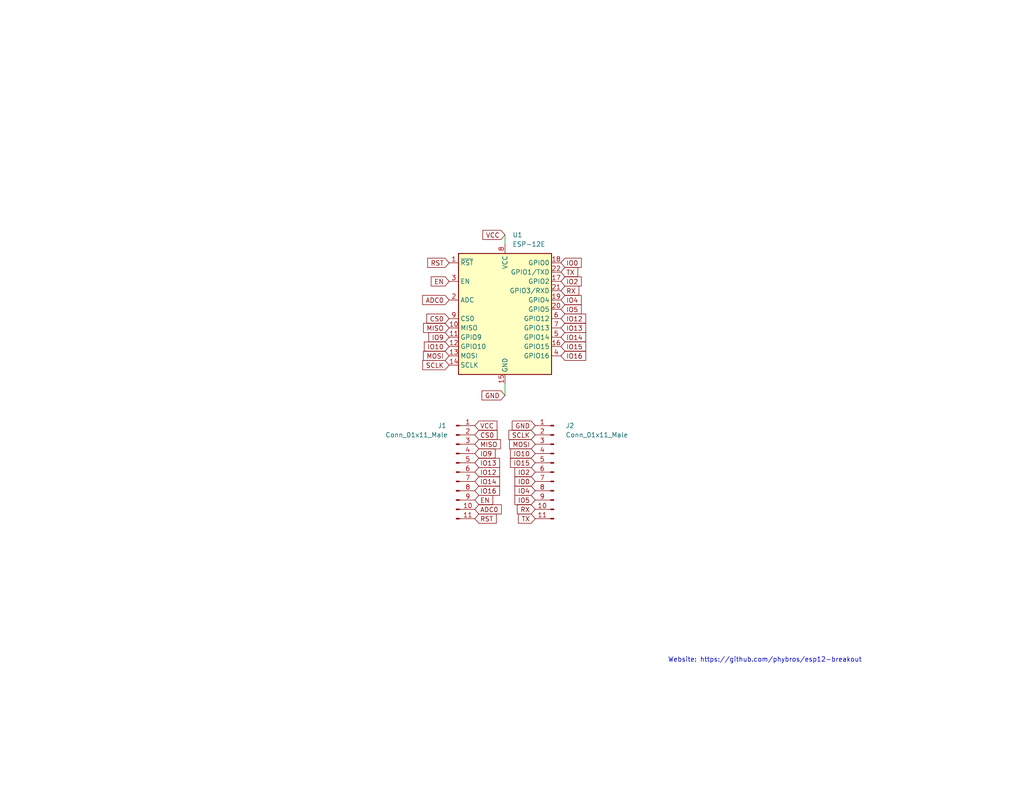
<source format=kicad_sch>
(kicad_sch (version 20211123) (generator eeschema)
  (paper "USLetter")
  (title_block (title "ESP-12E/F Breakout Board") (date "2022-10-18") (rev "1.1"))
  (lib_symbols
    (symbol "Connector:Conn_01x11_Male" (pin_names (offset 1.016) hide)
      (property "Reference" "J" (at 0 15.24 0))
      (property "Value" "Conn_01x11_Male" (at 0 -15.24 0))
      (symbol "Conn_01x11_Male_1_1"
        (polyline (pts (xy 1.27 -12.7) (xy 0.8636 -12.7)) (stroke (width 0.1524)))
        (polyline (pts (xy 1.27 -10.16) (xy 0.8636 -10.16)) (stroke (width 0.1524)))
        (polyline (pts (xy 1.27 -7.62) (xy 0.8636 -7.62)) (stroke (width 0.1524)))
        (polyline (pts (xy 1.27 -5.08) (xy 0.8636 -5.08)) (stroke (width 0.1524)))
        (polyline (pts (xy 1.27 -2.54) (xy 0.8636 -2.54)) (stroke (width 0.1524)))
        (polyline (pts (xy 1.27 0) (xy 0.8636 0)) (stroke (width 0.1524)))
        (polyline (pts (xy 1.27 2.54) (xy 0.8636 2.54)) (stroke (width 0.1524)))
        (polyline (pts (xy 1.27 5.08) (xy 0.8636 5.08)) (stroke (width 0.1524)))
        (polyline (pts (xy 1.27 7.62) (xy 0.8636 7.62)) (stroke (width 0.1524)))
        (polyline (pts (xy 1.27 10.16) (xy 0.8636 10.16)) (stroke (width 0.1524)))
        (polyline (pts (xy 1.27 12.7) (xy 0.8636 12.7)) (stroke (width 0.1524)))
        (rectangle (start 0.8636 -12.573) (end 0 -12.827) (stroke (width 0.1524)) (fill (type outline)))
        (rectangle (start 0.8636 -10.033) (end 0 -10.287) (stroke (width 0.1524)) (fill (type outline)))
        (rectangle (start 0.8636 -7.493) (end 0 -7.747) (stroke (width 0.1524)) (fill (type outline)))
        (rectangle (start 0.8636 -4.953) (end 0 -5.207) (stroke (width 0.1524)) (fill (type outline)))
        (rectangle (start 0.8636 -2.413) (end 0 -2.667) (stroke (width 0.1524)) (fill (type outline)))
        (rectangle (start 0.8636 0.127) (end 0 -0.127) (stroke (width 0.1524)) (fill (type outline)))
        (rectangle (start 0.8636 2.667) (end 0 2.413) (stroke (width 0.1524)) (fill (type outline)))
        (rectangle (start 0.8636 5.207) (end 0 4.953) (stroke (width 0.1524)) (fill (type outline)))
        (rectangle (start 0.8636 7.747) (end 0 7.493) (stroke (width 0.1524)) (fill (type outline)))
        (rectangle (start 0.8636 10.287) (end 0 10.033) (stroke (width 0.1524)) (fill (type outline)))
        (rectangle (start 0.8636 12.827) (end 0 12.573) (stroke (width 0.1524)) (fill (type outline)))
        (pin passive line (at 5.08 12.7 180) (length 3.81) (name "Pin_1") (number "1"))
        (pin passive line (at 5.08 -10.16 180) (length 3.81) (name "Pin_10") (number "10"))
        (pin passive line (at 5.08 -12.7 180) (length 3.81) (name "Pin_11") (number "11"))
        (pin passive line (at 5.08 10.16 180) (length 3.81) (name "Pin_2") (number "2"))
        (pin passive line (at 5.08 7.62 180) (length 3.81) (name "Pin_3") (number "3"))
        (pin passive line (at 5.08 5.08 180) (length 3.81) (name "Pin_4") (number "4"))
        (pin passive line (at 5.08 2.54 180) (length 3.81) (name "Pin_5") (number "5"))
        (pin passive line (at 5.08 0 180) (length 3.81) (name "Pin_6") (number "6"))
        (pin passive line (at 5.08 -2.54 180) (length 3.81) (name "Pin_7") (number "7"))
        (pin passive line (at 5.08 -5.08 180) (length 3.81) (name "Pin_8") (number "8"))
        (pin passive line (at 5.08 -7.62 180) (length 3.81) (name "Pin_9") (number "9"))
      )
    )
    (symbol "RF_Module:ESP-12E"
      (property "Reference" "U" (at -12.7 19.05 0))
      (property "Value" "ESP-12E" (at 12.7 19.05 0))
      (symbol "ESP-12E_0_1"
        (rectangle (start -12.7 17.78) (end 12.7 -15.24) (stroke (width 0.254)) (fill (type background)))
      )
      (symbol "ESP-12E_1_1"
        (pin input line (at -15.24 15.24 0) (length 2.54) (name "~{RST}") (number "1"))
        (pin bidirectional line (at -15.24 -2.54 0) (length 2.54) (name "MISO") (number "10"))
        (pin bidirectional line (at -15.24 -5.08 0) (length 2.54) (name "GPIO9") (number "11"))
        (pin bidirectional line (at -15.24 -7.62 0) (length 2.54) (name "GPIO10") (number "12"))
        (pin bidirectional line (at -15.24 -10.16 0) (length 2.54) (name "MOSI") (number "13"))
        (pin bidirectional line (at -15.24 -12.7 0) (length 2.54) (name "SCLK") (number "14"))
        (pin power_in line (at 0 -17.78 90) (length 2.54) (name "GND") (number "15"))
        (pin bidirectional line (at 15.24 -7.62 180) (length 2.54) (name "GPIO15") (number "16"))
        (pin bidirectional line (at 15.24 10.16 180) (length 2.54) (name "GPIO2") (number "17"))
        (pin bidirectional line (at 15.24 15.24 180) (length 2.54) (name "GPIO0") (number "18"))
        (pin bidirectional line (at 15.24 5.08 180) (length 2.54) (name "GPIO4") (number "19"))
        (pin input line (at -15.24 5.08 0) (length 2.54) (name "ADC") (number "2"))
        (pin bidirectional line (at 15.24 2.54 180) (length 2.54) (name "GPIO5") (number "20"))
        (pin bidirectional line (at 15.24 7.62 180) (length 2.54) (name "GPIO3/RXD") (number "21"))
        (pin bidirectional line (at 15.24 12.7 180) (length 2.54) (name "GPIO1/TXD") (number "22"))
        (pin input line (at -15.24 10.16 0) (length 2.54) (name "EN") (number "3"))
        (pin bidirectional line (at 15.24 -10.16 180) (length 2.54) (name "GPIO16") (number "4"))
        (pin bidirectional line (at 15.24 -5.08 180) (length 2.54) (name "GPIO14") (number "5"))
        (pin bidirectional line (at 15.24 0 180) (length 2.54) (name "GPIO12") (number "6"))
        (pin bidirectional line (at 15.24 -2.54 180) (length 2.54) (name "GPIO13") (number "7"))
        (pin power_in line (at 0 20.32 270) (length 2.54) (name "VCC") (number "8"))
        (pin input line (at -15.24 0 0) (length 2.54) (name "CS0") (number "9"))
      )
    )
  )
  (wire (pts (xy 137.795 64.135) (xy 137.795 66.675)))
  (wire (pts (xy 137.795 104.775) (xy 137.795 107.95)))
  (text "Website: https://github.com/phybros/esp12-breakout" (at 182.245 180.975 0) (effects (font (size 1.27 1.27)) (justify left bottom)))
  (global_label "IO12" (shape input) (at 153.035 86.995 0) (property "Intersheet References" "${INTERSHEET_REFS}" (effects hide)))
  (global_label "IO10" (shape input) (at 146.05 123.825 180) (property "Intersheet References" "${INTERSHEET_REFS}" (effects hide)))
  (global_label "RST" (shape input) (at 129.54 141.605 0) (property "Intersheet References" "${INTERSHEET_REFS}" (effects hide)))
  (global_label "VCC" (shape input) (at 137.795 64.135 180) (property "Intersheet References" "${INTERSHEET_REFS}" (effects hide)))
  (global_label "IO16" (shape input) (at 153.035 97.155 0) (property "Intersheet References" "${INTERSHEET_REFS}" (effects hide)))
  (global_label "IO0" (shape input) (at 153.035 71.755 0) (property "Intersheet References" "${INTERSHEET_REFS}" (effects hide)))
  (global_label "IO14" (shape input) (at 129.54 131.445 0) (property "Intersheet References" "${INTERSHEET_REFS}" (effects hide)))
  (global_label "IO2" (shape input) (at 153.035 76.835 0) (property "Intersheet References" "${INTERSHEET_REFS}" (effects hide)))
  (global_label "IO14" (shape input) (at 153.035 92.075 0) (property "Intersheet References" "${INTERSHEET_REFS}" (effects hide)))
  (global_label "IO15" (shape input) (at 153.035 94.615 0) (property "Intersheet References" "${INTERSHEET_REFS}" (effects hide)))
  (global_label "SCLK" (shape input) (at 146.05 118.745 180) (property "Intersheet References" "${INTERSHEET_REFS}" (effects hide)))
  (global_label "MISO" (shape input) (at 122.555 89.535 180) (property "Intersheet References" "${INTERSHEET_REFS}" (effects hide)))
  (global_label "IO9" (shape input) (at 122.555 92.075 180) (property "Intersheet References" "${INTERSHEET_REFS}" (effects hide)))
  (global_label "IO0" (shape input) (at 146.05 131.445 180) (property "Intersheet References" "${INTERSHEET_REFS}" (effects hide)))
  (global_label "RX" (shape input) (at 153.035 79.375 0) (property "Intersheet References" "${INTERSHEET_REFS}" (effects hide)))
  (global_label "EN" (shape input) (at 129.54 136.525 0) (property "Intersheet References" "${INTERSHEET_REFS}" (effects hide)))
  (global_label "IO13" (shape input) (at 153.035 89.535 0) (property "Intersheet References" "${INTERSHEET_REFS}" (effects hide)))
  (global_label "GND" (shape input) (at 146.05 116.205 180) (property "Intersheet References" "${INTERSHEET_REFS}" (effects hide)))
  (global_label "IO4" (shape input) (at 153.035 81.915 0) (property "Intersheet References" "${INTERSHEET_REFS}" (effects hide)))
  (global_label "MOSI" (shape input) (at 146.05 121.285 180) (property "Intersheet References" "${INTERSHEET_REFS}" (effects hide)))
  (global_label "IO2" (shape input) (at 146.05 128.905 180) (property "Intersheet References" "${INTERSHEET_REFS}" (effects hide)))
  (global_label "GND" (shape input) (at 137.795 107.95 180) (property "Intersheet References" "${INTERSHEET_REFS}" (effects hide)))
  (global_label "ADC0" (shape input) (at 129.54 139.065 0) (property "Intersheet References" "${INTERSHEET_REFS}" (effects hide)))
  (global_label "ADC0" (shape input) (at 122.555 81.915 180) (property "Intersheet References" "${INTERSHEET_REFS}" (effects hide)))
  (global_label "TX" (shape input) (at 146.05 141.605 180) (property "Intersheet References" "${INTERSHEET_REFS}" (effects hide)))
  (global_label "TX" (shape input) (at 153.035 74.295 0) (property "Intersheet References" "${INTERSHEET_REFS}" (effects hide)))
  (global_label "IO15" (shape input) (at 146.05 126.365 180) (property "Intersheet References" "${INTERSHEET_REFS}" (effects hide)))
  (global_label "EN" (shape input) (at 122.555 76.835 180) (property "Intersheet References" "${INTERSHEET_REFS}" (effects hide)))
  (global_label "VCC" (shape input) (at 129.54 116.205 0) (property "Intersheet References" "${INTERSHEET_REFS}" (effects hide)))
  (global_label "MOSI" (shape input) (at 122.555 97.155 180) (property "Intersheet References" "${INTERSHEET_REFS}" (effects hide)))
  (global_label "SCLK" (shape input) (at 122.555 99.695 180) (property "Intersheet References" "${INTERSHEET_REFS}" (effects hide)))
  (global_label "IO12" (shape input) (at 129.54 128.905 0) (property "Intersheet References" "${INTERSHEET_REFS}" (effects hide)))
  (global_label "CS0" (shape input) (at 129.54 118.745 0) (property "Intersheet References" "${INTERSHEET_REFS}" (effects hide)))
  (global_label "IO4" (shape input) (at 146.05 133.985 180) (property "Intersheet References" "${INTERSHEET_REFS}" (effects hide)))
  (global_label "IO5" (shape input) (at 153.035 84.455 0) (property "Intersheet References" "${INTERSHEET_REFS}" (effects hide)))
  (global_label "CS0" (shape input) (at 122.555 86.995 180) (property "Intersheet References" "${INTERSHEET_REFS}" (effects hide)))
  (global_label "IO5" (shape input) (at 146.05 136.525 180) (property "Intersheet References" "${INTERSHEET_REFS}" (effects hide)))
  (global_label "IO13" (shape input) (at 129.54 126.365 0) (property "Intersheet References" "${INTERSHEET_REFS}" (effects hide)))
  (global_label "MISO" (shape input) (at 129.54 121.285 0) (property "Intersheet References" "${INTERSHEET_REFS}" (effects hide)))
  (global_label "IO9" (shape input) (at 129.54 123.825 0) (property "Intersheet References" "${INTERSHEET_REFS}" (effects hide)))
  (global_label "RST" (shape input) (at 122.555 71.755 180) (property "Intersheet References" "${INTERSHEET_REFS}" (effects hide)))
  (global_label "IO10" (shape input) (at 122.555 94.615 180) (property "Intersheet References" "${INTERSHEET_REFS}" (effects hide)))
  (global_label "IO16" (shape input) (at 129.54 133.985 0) (property "Intersheet References" "${INTERSHEET_REFS}" (effects hide)))
  (global_label "RX" (shape input) (at 146.05 139.065 180) (property "Intersheet References" "${INTERSHEET_REFS}" (effects hide)))
  (symbol (lib_id "RF_Module:ESP-12E") (at 137.795 86.995 0) (unit 1)
    (property "Reference" "U1" (at 139.8144 64.135 0) (effects (justify left)))
    (property "Value" "ESP-12E" (at 139.8144 66.675 0) (effects (justify left)))
    (property "Footprint" "RF_Module:ESP-12E" (effects hide))
    (property "Datasheet" "http://wiki.ai-thinker.com/_media/esp8266/esp8266_series_modules_user_manual_v1.1.pdf" (effects hide))
  )
  (symbol (lib_id "Connector:Conn_01x11_Male") (at 124.46 128.905 0) (unit 1)
    (property "Reference" "J1" (at 120.65 116.205 0))
    (property "Value" "Conn_01x11_Male" (at 113.665 118.745 0))
    (property "Footprint" "Connector_PinHeader_2.54mm:PinHeader_1x11_P2.54mm_Vertical" (effects hide))
  )
  (symbol (lib_id "Connector:Conn_01x11_Male") (at 151.13 128.905 0) (mirror y) (unit 1)
    (property "Reference" "J2" (at 154.305 116.205 0) (effects (justify right)))
    (property "Value" "Conn_01x11_Male" (at 154.305 118.745 0) (effects (justify right)))
    (property "Footprint" "Connector_PinHeader_2.54mm:PinHeader_1x11_P2.54mm_Vertical" (effects hide))
  )
)
</source>
